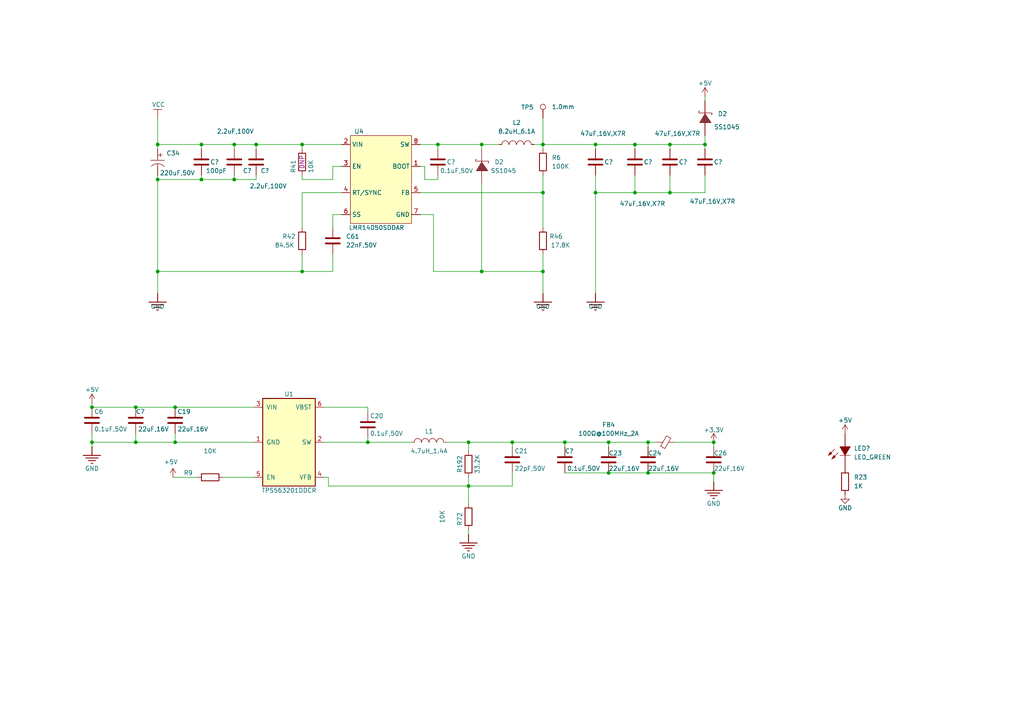
<source format=kicad_sch>
(kicad_sch (version 20230121) (generator eeschema)
  (paper "A4")
  (title_block (title "HPM5300RDCRevB") (date "2025-02-17") (rev "B") (comment 1 "POWER"))
  (lib_symbols
    (symbol "00_HPM_power:+3.3V" (power) (pin_names (offset 0))
      (property "Value" "+3.3V" (at 0 3.556 0))
      (symbol "+3.3V_0_1"
        (polyline (pts (xy -0.762 1.27) (xy 0 2.54)))
        (polyline (pts (xy 0 0) (xy 0 2.54)))
        (polyline (pts (xy 0 2.54) (xy 0.762 1.27)))
      )
      (symbol "+3.3V_1_1"
        (pin power_in line (at 0 0 90) (length 0) hide (name "+3.3V") (number "1"))
      )
    )
    (symbol "00_HPM_power:+5V" (power) (pin_names (offset 0))
      (property "Value" "+5V" (at 0 3.556 0))
      (symbol "+5V_0_1"
        (polyline (pts (xy -0.762 1.27) (xy 0 2.54)))
        (polyline (pts (xy 0 0) (xy 0 2.54)))
        (polyline (pts (xy 0 2.54) (xy 0.762 1.27)))
      )
      (symbol "+5V_1_1"
        (pin power_in line (at 0 0 90) (length 0) hide (name "+5V") (number "1"))
      )
    )
    (symbol "00_HPM_power:GND" (power)
      (property "Value" "GND" (at 0 -6.35 0))
      (symbol "GND_0_0"
        (polyline (pts (xy -2.54 -2.54) (xy 2.54 -2.54)) (stroke (width 0.254)))
        (polyline (pts (xy -1.778 -3.302) (xy 1.778 -3.302)) (stroke (width 0.254)))
        (polyline (pts (xy -1.016 -4.064) (xy 1.016 -4.064)) (stroke (width 0.254)))
        (polyline (pts (xy -0.254 -4.826) (xy 0.254 -4.826)) (stroke (width 0.254)))
        (polyline (pts (xy 0 0) (xy 0 -2.54)) (stroke (width 0.254)))
        (pin power_in line (at 0 0 0) (length 0) hide (name "GND") (number ""))
      )
    )
    (symbol "01-HPM-Peripheral:LED_GREEN" (pin_numbers hide) (pin_names (offset 1.016) hide)
      (property "Reference" "LED" (at -5.08 1.27 0))
      (property "Value" "LED_GREEN" (at 0 -3.81 0))
      (symbol "LED_GREEN_1_1"
        (polyline (pts (xy -2.54 1.524) (xy -2.54 -1.524)) (stroke (width 0.1524)))
        (polyline (pts (xy -1.778 2.032) (xy -3.556 3.81)) (stroke (width 0.1524)))
        (polyline (pts (xy -0.762 3.048) (xy -2.54 4.826)) (stroke (width 0.1524)))
        (polyline (pts (xy -3.556 3.81) (xy -2.54 3.302) (xy -3.048 2.794) (xy -3.556 3.81)) (stroke (width 0.1524)) (fill (type outline)))
        (polyline (pts (xy -2.54 4.826) (xy -1.524 4.318) (xy -2.032 3.81) (xy -2.54 4.826)) (stroke (width 0.1524)) (fill (type outline)))
        (polyline (pts (xy 0 -1.524) (xy -2.54 0) (xy 0 1.524) (xy 0 -1.524)) (stroke (width 0.1524)) (fill (type outline)))
        (pin input line (at -6.35 0 0) (length 3.81) (name "K") (number "1"))
        (pin input line (at 3.81 0 180) (length 3.81) (name "A") (number "2"))
      )
    )
    (symbol "01-HPM-Peripheral:TestPoint-1.0mm" (pin_numbers hide) (pin_names (offset 0.762) hide)
      (property "Value" "1.0mm" (at -1.27 5.08 0))
      (symbol "TestPoint-1.0mm_0_1"
        (circle (center 0 3.302) (radius 0.762))
      )
      (symbol "TestPoint-1.0mm_1_1"
        (pin passive line (at 0 0 90) (length 2.54) (name "1") (number "1"))
      )
    )
    (symbol "02_HPM_Resistor:0Ω_0402" (pin_numbers hide) (pin_names (offset 0))
      (property "Reference" "R" (at 0 5.08 0))
      (property "Value" "0Ω" (at 0 8.89 0))
      (symbol "0Ω_0402_0_1"
        (rectangle (start 2.54 -1.016) (end -2.54 1.016) (stroke (width 0.254)))
      )
      (symbol "0Ω_0402_1_1"
        (pin passive line (at -3.81 0 0) (length 1.27) (name "~") (number "1"))
        (pin passive line (at 3.81 0 180) (length 1.27) (name "~") (number "2"))
      )
    )
    (symbol "02_HPM_Resistor:100K" (pin_numbers hide) (pin_names (offset 0))
      (property "Reference" "R" (at -5.08 1.27 0))
      (property "Value" "100K" (at 5.08 1.27 0))
      (symbol "100K_0_1"
        (rectangle (start 2.54 -1.016) (end -2.54 1.016) (stroke (width 0.254)))
      )
      (symbol "100K_1_1"
        (pin passive line (at -3.81 0 0) (length 1.27) (name "~") (number "1"))
        (pin passive line (at 3.81 0 180) (length 1.27) (name "~") (number "2"))
      )
    )
    (symbol "02_HPM_Resistor:100K_0603" (pin_numbers hide) (pin_names (offset 0))
      (property "Reference" "R" (at 0 3.81 0))
      (property "Value" "100K" (at 0 6.35 0))
      (symbol "100K_0603_0_1"
        (rectangle (start 2.54 -1.016) (end -2.54 1.016) (stroke (width 0.254)))
      )
      (symbol "100K_0603_1_1"
        (pin passive line (at -3.81 0 0) (length 1.27) (name "~") (number "1"))
        (pin passive line (at 3.81 0 180) (length 1.27) (name "~") (number "2"))
      )
    )
    (symbol "02_HPM_Resistor:10K_0603" (pin_numbers hide) (pin_names (offset 0))
      (property "Reference" "R" (at 0 5.08 0))
      (property "Value" "10K" (at 0 7.62 0))
      (symbol "10K_0603_0_1"
        (rectangle (start 2.54 -1.016) (end -2.54 1.016) (stroke (width 0.254)))
      )
      (symbol "10K_0603_1_1"
        (pin passive line (at -3.81 0 0) (length 1.27) (name "~") (number "1"))
        (pin passive line (at 3.81 0 180) (length 1.27) (name "~") (number "2"))
      )
    )
    (symbol "02_HPM_Resistor:1K_0603" (pin_numbers hide) (pin_names (offset 0))
      (property "Reference" "R" (at 0 3.81 0))
      (property "Value" "1K" (at 0 7.62 0))
      (symbol "1K_0603_0_1"
        (rectangle (start 2.54 -1.016) (end -2.54 1.016) (stroke (width 0.254)))
      )
      (symbol "1K_0603_1_1"
        (pin passive line (at -3.81 0 0) (length 1.27) (name "~") (number "1"))
        (pin passive line (at 3.81 0 180) (length 1.27) (name "~") (number "2"))
      )
    )
    (symbol "03_HPM_Capacitance:0.1uF,50V,0603" (pin_numbers hide) (pin_names (offset 0.254))
      (property "Reference" "C" (at 0.635 2.54 0))
      (property "Value" "0.1uF,50V" (at 0.635 -2.54 0))
      (symbol "0.1uF,50V,0603_0_1"
        (polyline (pts (xy -2.032 -0.762) (xy 2.032 -0.762)) (stroke (width 0.508)))
        (polyline (pts (xy -2.032 0.762) (xy 2.032 0.762)) (stroke (width 0.508)))
      )
      (symbol "0.1uF,50V,0603_1_1"
        (pin passive line (at 0 3.81 270) (length 2.794) (name "~") (number "1"))
        (pin passive line (at 0 -3.81 90) (length 2.794) (name "~") (number "2"))
      )
    )
    (symbol "03_HPM_Capacitance:2.2nF,50V,0603" (pin_numbers hide) (pin_names (offset 0.254))
      (property "Reference" "C" (at 1.27 7.62 0))
      (property "Value" "2.2nF,50V" (at -3.81 10.16 0))
      (symbol "2.2nF,50V,0603_0_1"
        (polyline (pts (xy -2.032 -0.762) (xy 2.032 -0.762)) (stroke (width 0.508)))
        (polyline (pts (xy -2.032 0.762) (xy 2.032 0.762)) (stroke (width 0.508)))
      )
      (symbol "2.2nF,50V,0603_1_1"
        (pin passive line (at 0 3.81 270) (length 2.794) (name "~") (number "1"))
        (pin passive line (at 0 -3.81 90) (length 2.794) (name "~") (number "2"))
      )
    )
    (symbol "03_HPM_Capacitance:2.2uF,100V_1206" (pin_numbers hide) (pin_names (offset 0.254))
      (property "Reference" "C" (at 0.635 2.54 0))
      (property "Value" "2.2uF,100V" (at 0.635 -2.54 0))
      (symbol "2.2uF,100V_1206_0_1"
        (polyline (pts (xy -2.032 -0.762) (xy 2.032 -0.762)) (stroke (width 0.508)))
        (polyline (pts (xy -2.032 0.762) (xy 2.032 0.762)) (stroke (width 0.508)))
      )
      (symbol "2.2uF,100V_1206_1_1"
        (pin passive line (at 0 3.81 270) (length 2.794) (name "~") (number "1"))
        (pin passive line (at 0 -3.81 90) (length 2.794) (name "~") (number "2"))
      )
    )
    (symbol "03_HPM_Capacitance:22pF,50V_0402" (pin_numbers hide) (pin_names (offset 0.254))
      (property "Reference" "C" (at 0.635 2.54 0))
      (property "Value" "22pF,50V" (at 0.635 -2.54 0))
      (symbol "22pF,50V_0402_0_1"
        (polyline (pts (xy -2.032 -0.762) (xy 2.032 -0.762)) (stroke (width 0.508)))
        (polyline (pts (xy -2.032 0.762) (xy 2.032 0.762)) (stroke (width 0.508)))
      )
      (symbol "22pF,50V_0402_1_1"
        (pin passive line (at 0 3.81 270) (length 2.794) (name "~") (number "1"))
        (pin passive line (at 0 -3.81 90) (length 2.794) (name "~") (number "2"))
      )
    )
    (symbol "03_HPM_Capacitance:22uF,16V,_0805" (pin_numbers hide) (pin_names (offset 0.254))
      (property "Reference" "C" (at 0.635 2.54 0))
      (property "Value" "22uF,16V" (at 0.635 -2.54 0))
      (symbol "22uF,16V,_0805_0_1"
        (polyline (pts (xy -2.032 -0.762) (xy 2.032 -0.762)) (stroke (width 0.508)))
        (polyline (pts (xy -2.032 0.762) (xy 2.032 0.762)) (stroke (width 0.508)))
      )
      (symbol "22uF,16V,_0805_1_1"
        (pin passive line (at 0 3.81 270) (length 2.794) (name "~") (number "1"))
        (pin passive line (at 0 -3.81 90) (length 2.794) (name "~") (number "2"))
      )
    )
    (symbol "03_HPM_Capacitance:4.7uF,50V_1210" (pin_numbers hide) (pin_names (offset 0.254))
      (property "Reference" "C" (at -1.27 10.16 0))
      (property "Value" "4.7uF,50V" (at -5.08 12.7 0))
      (symbol "4.7uF,50V_1210_0_1"
        (polyline (pts (xy -2.032 -0.762) (xy 2.032 -0.762)) (stroke (width 0.508)))
        (polyline (pts (xy -2.032 0.762) (xy 2.032 0.762)) (stroke (width 0.508)))
      )
      (symbol "4.7uF,50V_1210_1_1"
        (pin passive line (at 0 3.81 270) (length 2.794) (name "~") (number "1"))
        (pin passive line (at 0 -3.81 90) (length 2.794) (name "~") (number "2"))
      )
    )
    (symbol "03_HPM_Capacitance:电解电容_470uF,35V" (pin_numbers hide) (pin_names (offset 1.016) hide)
      (property "Reference" "C" (at 0 4.572 0))
      (property "Value" "470uF,35V" (at 0 9.652 0))
      (symbol "电解电容_470uF,35V_1_1"
        (polyline (pts (xy -2.54 0.762) (xy -1.524 0.762)) (stroke (width 0.1524)))
        (polyline (pts (xy -2.032 1.27) (xy -2.032 0.254)) (stroke (width 0.1524)))
        (polyline (pts (xy -1.27 0) (xy -0.508 0)) (stroke (width 0.1524)))
        (polyline (pts (xy -0.508 2.032) (xy -0.508 -2.032)) (stroke (width 0.1524)))
        (polyline (pts (xy 0.508 0) (xy 1.27 0)) (stroke (width 0.1524)))
        (polyline (pts (xy 1.3208 1.9304) (xy 0.9906 1.5748) (xy 0.762 1.1684) (xy 0.5842 0.7112) (xy 0.508 0.2032) (xy 0.508 -0.2794) (xy 0.6096 -0.762) (xy 0.7874 -1.2446) (xy 1.016 -1.651) (xy 1.1938 -1.8288)) (stroke (width 0.1524)))
        (pin input line (at -3.81 0 0) (length 2.54) (name "1") (number "1"))
        (pin input line (at 3.81 0 180) (length 2.54) (name "2") (number "2"))
      )
    )
    (symbol "04_HPM_Diode:SS34A" (pin_numbers hide) (pin_names (offset 1.016) hide)
      (property "Reference" "D" (at 0 5.08 0))
      (property "Value" "SS34A" (at 0 7.62 0))
      (symbol "SS34A_1_1"
        (polyline (pts (xy 1.27 1.524) (xy -1.27 0) (xy -1.27 0) (xy 1.27 -1.778) (xy 1.27 -1.778) (xy 1.27 1.524)) (fill (type color) (color 132 50 65 1)))
        (polyline (pts (xy -2.032 1.524) (xy -2.032 1.778) (xy -2.032 1.778) (xy -1.524 1.778) (xy -1.524 1.778) (xy -1.524 -2.032) (xy -1.524 -2.032) (xy -1.016 -2.032) (xy -1.016 -2.032) (xy -1.016 -1.778)))
        (pin input line (at -5.08 0 0) (length 3.81) (name "K") (number "1"))
        (pin input line (at 5.08 0 180) (length 3.81) (name "A") (number "2"))
      )
    )
    (symbol "07_HPM_Inductance:4.7uH_1.4A" (pin_numbers hide) (pin_names (offset 1.016) hide)
      (property "Reference" "L" (at 0 3.175 0))
      (property "Value" "4.7uH_1.4A" (at 0 -2.54 0))
      (symbol "4.7uH_1.4A_1_1"
        (arc (start -3.2766 1.0922) (mid -4.0214 0.7672) (end -4.2926 0))
        (arc (start -2.286 0) (mid -2.5476 0.7513) (end -3.2766 1.0922))
        (arc (start -1.143 1.0922) (mid -1.8885 0.7665) (end -2.1336 0))
        (arc (start -0.127 0) (mid -0.3961 0.7692) (end -1.143 1.0922))
        (arc (start 1.016 1.0922) (mid 0.2712 0.7672) (end 0 0))
        (arc (start 2.032 0) (mid 1.7629 0.7692) (end 1.016 1.0922))
        (arc (start 3.2004 1.0922) (mid 2.4549 0.7665) (end 2.2098 0))
        (arc (start 4.2164 0) (mid 3.9473 0.7692) (end 3.2004 1.0922))
        (pin input line (at -5.08 0 0) (length 0.762) (name "1") (number "1"))
        (pin input line (at 5.08 0 180) (length 0.762) (name "2") (number "2"))
      )
    )
    (symbol "07_HPM_Inductance:8.2uH_6.1A" (pin_numbers hide) (pin_names (offset 1.016) hide)
      (property "Reference" "L" (at 0 2.54 0))
      (property "Value" "8.2uH_6.1A" (at 0 -2.54 0))
      (symbol "8.2uH_6.1A_1_1"
        (arc (start -3.2766 1.0922) (mid -4.0214 0.7672) (end -4.2926 0))
        (arc (start -2.286 0) (mid -2.5476 0.7513) (end -3.2766 1.0922))
        (arc (start -1.143 1.0922) (mid -1.8885 0.7665) (end -2.1336 0))
        (arc (start -0.127 0) (mid -0.3961 0.7692) (end -1.143 1.0922))
        (arc (start 1.016 1.0922) (mid 0.2712 0.7672) (end 0 0))
        (arc (start 2.032 0) (mid 1.7629 0.7692) (end 1.016 1.0922))
        (arc (start 3.2004 1.0922) (mid 2.4549 0.7665) (end 2.2098 0))
        (arc (start 4.2164 0) (mid 3.9473 0.7692) (end 3.2004 1.0922))
        (pin input line (at -5.08 0 0) (length 0.762) (name "1") (number "1"))
        (pin input line (at 5.08 0 180) (length 0.762) (name "2") (number "2"))
      )
    )
    (symbol "07_HPM_Inductance:磁珠-100Ω@100MHz_2A-0805" (pin_numbers hide) (pin_names (offset 0))
      (property "Reference" "FB" (at -2.54 1.27 0))
      (property "Value" "100Ω@100MHz_2A" (at -6.35 -3.81 0))
      (symbol "磁珠-100Ω@100MHz_2A-0805_0_1"
        (polyline (pts (xy 1.27 0) (xy 1.7526 0)))
        (polyline (pts (xy 3.429 0) (xy 3.8354 0)))
        (polyline (pts (xy 2.8194 1.8288) (xy 4.0386 1.1176) (xy 2.3368 -1.8288) (xy 1.1176 -1.1176) (xy 2.8194 1.8288)))
      )
      (symbol "磁珠-100Ω@100MHz_2A-0805_1_1"
        (pin passive line (at 5.08 0 180) (length 1.27) (name "~") (number "1"))
        (pin passive line (at 0 0 0) (length 1.27) (name "~") (number "2"))
      )
    )
    (symbol "08_HPM_Power_IC:LMR14050SDDAR"
      (property "Reference" "U" (at -6.35 13.97 0))
      (property "Value" "LMR14050SDDAR" (at -3.81 -13.97 0))
      (symbol "LMR14050SDDAR_0_0"
        (pin output line (at 11.43 3.81 180) (length 2.54) (name "BOOT") (number "1"))
        (pin power_in line (at -11.43 10.16 0) (length 2.54) (name "VIN") (number "2"))
        (pin input line (at -11.43 3.81 0) (length 2.54) (name "EN") (number "3"))
        (pin input line (at -11.43 -3.81 0) (length 2.54) (name "RT/SYNC") (number "4"))
        (pin input line (at 11.43 -3.81 180) (length 2.54) (name "FB") (number "5"))
        (pin output line (at -11.43 -10.16 0) (length 2.54) (name "SS") (number "6"))
        (pin input line (at 11.43 -10.16 180) (length 2.54) (name "GND") (number "7"))
        (pin output line (at 11.43 10.16 180) (length 2.54) (name "SW") (number "8"))
      )
      (symbol "LMR14050SDDAR_1_0"
        (pin passive line (at 11.43 -10.16 180) (length 2.54) hide (name "EP") (number "9"))
      )
      (symbol "LMR14050SDDAR_1_1"
        (rectangle (start -8.89 12.7) (end 8.89 -12.7) (fill (type background)))
      )
    )
    (symbol "08_Power_IC:TPS564201DDCR" (pin_names (offset 1.016))
      (property "Reference" "U" (at -6.35 11.43 0))
      (property "Value" "TPS564201DDCR" (at 1.27 -17.78 0))
      (symbol "TPS564201DDCR_1_1"
        (rectangle (start -7.62 10.16) (end 7.62 -15.24) (stroke (width 0.3)) (fill (type background)))
        (pin input line (at -10.16 -2.54 0) (length 2.54) (name "GND") (number "1"))
        (pin input line (at 10.16 -2.54 180) (length 2.54) (name "SW") (number "2"))
        (pin input line (at -10.16 7.62 0) (length 2.54) (name "VIN") (number "3"))
        (pin input line (at 10.16 -12.7 180) (length 2.54) (name "VFB") (number "4"))
        (pin input line (at -10.16 -12.7 0) (length 2.54) (name "EN") (number "5"))
        (pin input line (at 10.16 7.62 180) (length 2.54) (name "VBST") (number "6"))
      )
    )
    (symbol "98_POWER:GND" (power) (pin_names (offset 0))
      (property "Value" "GND" (at 0 -3.81 0))
      (symbol "GND_0_1"
        (polyline (pts (xy 0 0) (xy 0 -1.27) (xy 1.27 -1.27) (xy 0 -2.54) (xy -1.27 -1.27) (xy 0 -1.27)))
      )
      (symbol "GND_1_1"
        (pin power_in line (at 0 0 270) (length 0) hide (name "GND") (number "1"))
      )
    )
    (symbol "HPM_EVK2:VCC" (power) (pin_numbers hide) (pin_names (offset 0) hide) (in_bom no) (on_board no)
      (property "Value" "VCC" (at 0 4.445 0))
      (symbol "VCC_0_1"
        (polyline (pts (xy -1.27 2.54) (xy 1.27 2.54)))
      )
      (symbol "VCC_1_1"
        (pin power_in line (at 0 0 90) (length 2.54) (name "VCC") (number "1"))
      )
    )
    (symbol "power:+5V" (power) (pin_names (offset 0))
      (property "Value" "+5V" (at 0 3.556 0))
      (symbol "+5V_0_1"
        (polyline (pts (xy -0.762 1.27) (xy 0 2.54)))
        (polyline (pts (xy 0 0) (xy 0 2.54)))
        (polyline (pts (xy 0 2.54) (xy 0.762 1.27)))
      )
      (symbol "+5V_1_1"
        (pin power_in line (at 0 0 90) (length 0) hide (name "+5V") (number "1"))
      )
    )
  )
  (junction (at 87.63 78.74))
  (junction (at 39.37 118.11))
  (junction (at 184.15 41.91))
  (junction (at 74.295 41.91))
  (junction (at 135.89 140.97))
  (junction (at 50.8 118.11))
  (junction (at 207.01 128.27))
  (junction (at 127 41.91))
  (junction (at 172.72 41.91))
  (junction (at 106.68 128.27))
  (junction (at 50.8 128.27))
  (junction (at 58.42 41.91))
  (junction (at 194.31 55.88))
  (junction (at 176.53 137.16))
  (junction (at 45.72 78.74))
  (junction (at 26.67 128.27))
  (junction (at 148.59 128.27))
  (junction (at 139.7 78.74))
  (junction (at 58.42 52.07))
  (junction (at 207.01 137.16))
  (junction (at 26.67 118.11))
  (junction (at 39.37 128.27))
  (junction (at 157.48 78.74))
  (junction (at 67.945 52.07))
  (junction (at 163.83 128.27))
  (junction (at 194.31 41.91))
  (junction (at 135.89 128.27))
  (junction (at 67.945 41.91))
  (junction (at 157.48 55.88))
  (junction (at 184.15 55.88))
  (junction (at 172.72 55.88))
  (junction (at 187.96 128.27))
  (junction (at 87.63 41.91))
  (junction (at 45.72 52.07))
  (junction (at 204.47 41.91))
  (junction (at 139.7 41.91))
  (junction (at 176.53 128.27))
  (junction (at 45.72 41.91))
  (junction (at 157.48 41.91))
  (junction (at 187.96 137.16))
  (wire (pts (xy 207.01 137.16) (xy 207.01 139.7)))
  (wire (pts (xy 125.73 78.74) (xy 139.7 78.74)))
  (wire (pts (xy 187.96 128.27) (xy 190.5 128.27)))
  (wire (pts (xy 87.63 55.88) (xy 99.06 55.88)))
  (wire (pts (xy 45.72 78.74) (xy 87.63 78.74)))
  (wire (pts (xy 64.77 138.43) (xy 73.66 138.43)))
  (wire (pts (xy 50.165 138.43) (xy 57.15 138.43)))
  (wire (pts (xy 125.73 62.23) (xy 125.73 78.74)))
  (wire (pts (xy 96.52 66.04) (xy 96.52 62.23)))
  (wire (pts (xy 39.37 118.11) (xy 50.8 118.11)))
  (wire (pts (xy 45.72 41.91) (xy 45.72 43.18)))
  (wire (pts (xy 99.06 48.26) (xy 96.52 48.26)))
  (wire (pts (xy 50.8 118.11) (xy 73.66 118.11)))
  (wire (pts (xy 26.67 129.54) (xy 26.67 128.27)))
  (wire (pts (xy 194.31 43.18) (xy 194.31 41.91)))
  (wire (pts (xy 184.15 50.8) (xy 184.15 55.88)))
  (wire (pts (xy 121.92 41.91) (xy 127 41.91)))
  (wire (pts (xy 106.68 128.27) (xy 119.38 128.27)))
  (wire (pts (xy 87.63 73.66) (xy 87.63 78.74)))
  (wire (pts (xy 67.945 52.07) (xy 67.945 50.8)))
  (wire (pts (xy 127 41.91) (xy 139.7 41.91)))
  (wire (pts (xy 139.7 78.74) (xy 157.48 78.74)))
  (wire (pts (xy 127 41.91) (xy 127 43.18)))
  (wire (pts (xy 148.59 128.27) (xy 163.83 128.27)))
  (wire (pts (xy 39.37 118.11) (xy 26.67 118.11)))
  (wire (pts (xy 45.72 50.8) (xy 45.72 52.07)))
  (wire (pts (xy 67.945 41.91) (xy 74.295 41.91)))
  (wire (pts (xy 187.96 137.16) (xy 207.01 137.16)))
  (wire (pts (xy 204.47 27.94) (xy 204.47 29.21)))
  (wire (pts (xy 96.52 52.07) (xy 87.63 52.07)))
  (wire (pts (xy 176.53 137.16) (xy 187.96 137.16)))
  (wire (pts (xy 58.42 43.18) (xy 58.42 41.91)))
  (wire (pts (xy 163.83 137.16) (xy 176.53 137.16)))
  (wire (pts (xy 135.89 140.97) (xy 135.89 146.05)))
  (wire (pts (xy 87.63 66.04) (xy 87.63 55.88)))
  (wire (pts (xy 187.96 128.27) (xy 187.96 129.54)))
  (wire (pts (xy 50.8 128.27) (xy 50.8 125.73)))
  (wire (pts (xy 121.92 62.23) (xy 125.73 62.23)))
  (wire (pts (xy 139.7 53.34) (xy 139.7 78.74)))
  (wire (pts (xy 96.52 73.66) (xy 96.52 78.74)))
  (wire (pts (xy 93.98 118.11) (xy 106.68 118.11)))
  (wire (pts (xy 123.19 48.26) (xy 123.19 52.07)))
  (wire (pts (xy 106.68 118.11) (xy 106.68 119.38)))
  (wire (pts (xy 139.7 41.91) (xy 139.7 43.18)))
  (wire (pts (xy 87.63 52.07) (xy 87.63 50.8)))
  (wire (pts (xy 45.72 78.74) (xy 45.72 85.09)))
  (wire (pts (xy 87.63 43.18) (xy 87.63 41.91)))
  (wire (pts (xy 67.945 52.07) (xy 74.295 52.07)))
  (wire (pts (xy 157.48 55.88) (xy 157.48 66.04)))
  (wire (pts (xy 157.48 41.91) (xy 172.72 41.91)))
  (wire (pts (xy 26.67 128.27) (xy 26.67 125.73)))
  (wire (pts (xy 157.48 78.74) (xy 157.48 85.09)))
  (wire (pts (xy 195.58 128.27) (xy 207.01 128.27)))
  (wire (pts (xy 204.47 39.37) (xy 204.47 41.91)))
  (wire (pts (xy 74.295 52.07) (xy 74.295 50.8)))
  (wire (pts (xy 74.295 41.91) (xy 87.63 41.91)))
  (wire (pts (xy 96.52 62.23) (xy 99.06 62.23)))
  (wire (pts (xy 129.54 128.27) (xy 135.89 128.27)))
  (wire (pts (xy 26.67 128.27) (xy 39.37 128.27)))
  (wire (pts (xy 58.42 52.07) (xy 67.945 52.07)))
  (wire (pts (xy 184.15 41.91) (xy 184.15 43.18)))
  (wire (pts (xy 58.42 41.91) (xy 67.945 41.91)))
  (wire (pts (xy 135.89 138.43) (xy 135.89 140.97)))
  (wire (pts (xy 194.31 55.88) (xy 204.47 55.88)))
  (wire (pts (xy 87.63 41.91) (xy 99.06 41.91)))
  (wire (pts (xy 135.89 140.97) (xy 148.59 140.97)))
  (wire (pts (xy 176.53 128.27) (xy 176.53 129.54)))
  (wire (pts (xy 74.295 43.18) (xy 74.295 41.91)))
  (wire (pts (xy 45.72 34.29) (xy 45.72 41.91)))
  (wire (pts (xy 127 52.07) (xy 127 50.8)))
  (wire (pts (xy 135.89 128.27) (xy 135.89 130.81)))
  (wire (pts (xy 172.72 55.88) (xy 184.15 55.88)))
  (wire (pts (xy 139.7 41.91) (xy 144.78 41.91)))
  (wire (pts (xy 26.67 118.11) (xy 26.67 116.84)))
  (wire (pts (xy 58.42 52.07) (xy 58.42 50.8)))
  (wire (pts (xy 157.48 43.18) (xy 157.48 41.91)))
  (wire (pts (xy 45.72 41.91) (xy 58.42 41.91)))
  (wire (pts (xy 96.52 48.26) (xy 96.52 52.07)))
  (wire (pts (xy 172.72 50.8) (xy 172.72 55.88)))
  (wire (pts (xy 163.83 128.27) (xy 176.53 128.27)))
  (wire (pts (xy 50.8 128.27) (xy 73.66 128.27)))
  (wire (pts (xy 135.89 128.27) (xy 148.59 128.27)))
  (wire (pts (xy 123.19 52.07) (xy 127 52.07)))
  (wire (pts (xy 148.59 137.16) (xy 148.59 140.97)))
  (wire (pts (xy 157.48 34.29) (xy 157.48 41.91)))
  (wire (pts (xy 39.37 128.27) (xy 39.37 125.73)))
  (wire (pts (xy 121.92 55.88) (xy 157.48 55.88)))
  (wire (pts (xy 106.68 127) (xy 106.68 128.27)))
  (wire (pts (xy 123.19 48.26) (xy 121.92 48.26)))
  (wire (pts (xy 45.72 52.07) (xy 45.72 78.74)))
  (wire (pts (xy 148.59 129.54) (xy 148.59 128.27)))
  (wire (pts (xy 93.98 128.27) (xy 106.68 128.27)))
  (wire (pts (xy 67.945 43.18) (xy 67.945 41.91)))
  (wire (pts (xy 96.52 78.74) (xy 87.63 78.74)))
  (wire (pts (xy 39.37 128.27) (xy 50.8 128.27)))
  (wire (pts (xy 163.83 128.27) (xy 163.83 129.54)))
  (wire (pts (xy 45.72 52.07) (xy 58.42 52.07)))
  (wire (pts (xy 172.72 85.09) (xy 172.72 55.88)))
  (wire (pts (xy 95.25 138.43) (xy 95.25 140.97)))
  (wire (pts (xy 157.48 73.66) (xy 157.48 78.74)))
  (wire (pts (xy 157.48 50.8) (xy 157.48 55.88)))
  (wire (pts (xy 207.01 128.27) (xy 207.01 129.54)))
  (wire (pts (xy 135.89 154.94) (xy 135.89 153.67)) (stroke (width 0.15)))
  (wire (pts (xy 172.72 41.91) (xy 172.72 43.18)))
  (wire (pts (xy 184.15 55.88) (xy 194.31 55.88)))
  (wire (pts (xy 194.31 41.91) (xy 204.47 41.91)))
  (wire (pts (xy 176.53 128.27) (xy 187.96 128.27)))
  (wire (pts (xy 154.94 41.91) (xy 157.48 41.91)))
  (wire (pts (xy 172.72 41.91) (xy 184.15 41.91)))
  (wire (pts (xy 184.15 41.91) (xy 194.31 41.91)))
  (wire (pts (xy 204.47 55.88) (xy 204.47 50.8)))
  (wire (pts (xy 204.47 43.18) (xy 204.47 41.91)))
  (wire (pts (xy 194.31 50.8) (xy 194.31 55.88)))
  (wire (pts (xy 95.25 140.97) (xy 135.89 140.97)))
  (wire (pts (xy 93.98 138.43) (xy 95.25 138.43)))
  (symbol (lib_id "03_HPM_Capacitance:22uF,16V,_0805") (at 176.53 133.35 0) (unit 1)
    (property "Reference" "C23" (at 176.53 131.445 0) (effects (justify left)))
    (property "Value" "22uF,16V" (at 176.53 135.89 0) (effects (justify left)))
    (property "Footprint" "03_HPM_Capacitance:C_0805_2012Metric" (effects hide))
    (property "Model" " CL21A226MOQNNNE" (effects hide))
    (property "Company" " SAMSUNG(三星)" (effects hide))
    (instances (project "HPM5E00EVKRevB" (path "" (reference "C23") (unit 1))) (project "HPM5300RDCRevB" (path "" (reference "C85") (unit 1))))
  )
  (symbol (lib_id "03_HPM_Capacitance:22uF,16V,_0805") (at 50.8 121.92 0) (unit 1)
    (property "Reference" "C19" (at 51.435 119.38 0) (effects (justify left)))
    (property "Value" "22uF,16V" (at 51.435 124.46 0) (effects (justify left)))
    (property "Footprint" "03_HPM_Capacitance:C_0805_2012Metric" (effects hide))
    (property "Model" " CL21A226MOQNNNE" (effects hide))
    (property "Company" " SAMSUNG(三星)" (effects hide))
    (instances (project "HPM5E00EVKRevB" (path "" (reference "C19") (unit 1))) (project "HPM5300RDCRevB" (path "" (reference "C81") (unit 1))))
  )
  (symbol (lib_id "02_HPM_Resistor:10K_0603") (at 60.96 138.43 0) (unit 1)
    (property "Reference" "R9" (at 54.61 137.16 0))
    (property "Value" "10K" (at 60.96 130.81 0))
    (property "Footprint" "02_HPM_Resistor:R_0603_1608Metric" (effects hide))
    (property "Model" "RC0603FR-0710KL\n" (effects hide))
    (property "Company" "YAGEO\n" (effects hide))
    (instances (project "HPM5E00EVKRevB" (path "" (reference "R9") (unit 1))) (project "HPM5300RDCRevB" (path "" (reference "R125") (unit 1))))
  )
  (symbol (lib_id "02_HPM_Resistor:10K_0603") (at 87.63 46.99 90) (unit 1)
    (property "Reference" "R41" (at 85.09 48.26 0))
    (property "Value" "10K" (at 90.17 48.26 0))
    (property "Footprint" "02_HPM_Resistor:R_0603_1608Metric" (effects hide))
    (property "Model" "RC0603FR-0710KL\n" (effects hide))
    (property "Company" "YAGEO\n" (effects hide))
    (property "ASSY_OPT" "DNP" (at 87.63 46.99 0))
    (instances (project "HPM6EIGWRevA" (path "" (reference "R41") (unit 1))) (project "HPM5300RDCRevB" (path "" (reference "R4") (unit 1))))
  )
  (symbol (lib_id "03_HPM_Capacitance:2.2uF,100V_1206") (at 67.945 46.99 0) (mirror y) (unit 1)
    (property "Reference" "C?" (at 73.025 49.53 0) (effects (justify left)))
    (property "Value" "2.2uF,100V" (at 73.66 38.1 0) (effects (justify left)))
    (property "Footprint" "03_HPM_Capacitance:C_1206_3216Metric" (effects hide))
    (property "Model" "CC1206KKX7R0BB225" (effects hide))
    (property "Company" " YAGEO(国巨)" (effects hide))
    (instances (project "HPM6EIGWRevA" (path "" (reference "C?") (unit 1)) (path "" (reference "C55") (unit 1))) (project "HPM5300RDCRevB" (path "" (reference "C25") (unit 1))))
  )
  (symbol (lib_id "03_HPM_Capacitance:0.1uF,50V,0603") (at 26.67 121.92 0) (unit 1)
    (property "Reference" "C6" (at 27.305 119.38 0) (effects (justify left)))
    (property "Value" "0.1uF,50V" (at 27.305 124.46 0) (effects (justify left)))
    (property "Footprint" "03_HPM_Capacitance:C_0603_1608Metric" (effects hide))
    (property "Model" "CC0603JRX7R9BB104" (effects hide))
    (property "Company" "YAGEO" (effects hide))
    (instances (project "HPM5E00EVKRevB" (path "" (reference "C6") (unit 1))) (project "HPM5300RDCRevB" (path "" (reference "C79") (unit 1))))
  )
  (symbol (lib_id "03_HPM_Capacitance:22pF,50V_0402") (at 148.59 133.35 0) (unit 1)
    (property "Reference" "C21" (at 149.225 130.81 0) (effects (justify left)))
    (property "Value" "22pF,50V" (at 149.225 135.89 0) (effects (justify left)))
    (property "Footprint" "03_HPM_Capacitance:C_0603_1608Metric" (effects hide))
    (property "Model" "CL10C220JB8NNNC" (effects hide))
    (property "Company" " SAMSUNG(三星)" (effects hide))
    (instances (project "HPM5E00EVKRevB" (path "" (reference "C21") (unit 1))) (project "HPM5300RDCRevB" (path "" (reference "C83") (unit 1))))
  )
  (symbol (lib_id "02_HPM_Resistor:0Ω_0402") (at 157.48 69.85 90) (unit 1)
    (property "Reference" "R46" (at 161.29 68.58 90))
    (property "Value" "17.8K" (at 162.56 71.12 90))
    (property "Footprint" "02_HPM_Resistor:R_0603_1608Metric" (effects hide))
    (property "Model" "FRC0603F1782TS" (effects hide))
    (property "Company" " FOJAN(富捷) " (effects hide))
    (instances (project "HPM6EIGWRevA" (path "" (reference "R46") (unit 1))) (project "HPM5300RDCRevB" (path "" (reference "R10") (unit 1))))
  )
  (symbol (lib_id "04_HPM_Diode:SS34A") (at 204.47 34.29 90) (mirror x) (unit 1)
    (property "Reference" "D2" (at 209.55 33.02 90))
    (property "Value" "SS1045" (at 210.82 36.83 90))
    (property "Footprint" "04_HPM_Diode:D_SMA" (effects hide))
    (property "Model" "SS34A" (effects hide))
    (property "Company" "YANGJIE(扬杰)" (effects hide))
    (instances (project "HPM6EIGWRevA" (path "" (reference "D2") (unit 1)) (path "" (reference "D4") (unit 1))) (project "HPM5300RDCRevB" (path "" (reference "D10") (unit 1))))
  )
  (symbol (lib_id "03_HPM_Capacitance:4.7uF,50V_1210") (at 194.31 46.99 0) (unit 1)
    (property "Reference" "C?" (at 196.85 46.99 0) (effects (justify left)))
    (property "Value" "47uF,16V,X7R" (at 189.865 38.735 0) (effects (justify left)))
    (property "Footprint" "03_HPM_Capacitance:C_1210_3225Metric" (effects hide))
    (property "Model" "CS3225X7R476K160NRL" (effects hide))
    (property "Company" "SAMWHA(三和)" (effects hide))
    (instances (project "HPM6EIGWRevA" (path "" (reference "C?") (unit 1)) (path "" (reference "C68") (unit 1))) (project "HPM5300RDCRevB" (path "" (reference "C35") (unit 1))))
  )
  (symbol (lib_id "00_HPM_power:+5V") (at 26.67 116.84 0) (unit 1)
    (property "Reference" "#PWR02" (effects hide))
    (property "Value" "+5V" (at 26.67 113.03 0))
    (instances (project "HPM5E00EVKRevB" (path "" (reference "#PWR02") (unit 1))) (project "HPM5300RDCRevB" (path "" (reference "#PWR0124") (unit 1))))
  )
  (symbol (lib_id "02_HPM_Resistor:0Ω_0402") (at 87.63 69.85 90) (unit 1)
    (property "Reference" "R42" (at 83.82 68.58 90))
    (property "Value" "84.5K" (at 82.55 71.12 90))
    (property "Footprint" "02_HPM_Resistor:R_0603_1608Metric" (effects hide))
    (property "Model" "RC0603FR-0784K5L" (effects hide))
    (property "Company" "YAGEO(国巨)" (effects hide))
    (instances (project "HPM6EIGWRevA" (path "" (reference "R42") (unit 1))) (project "HPM5300RDCRevB" (path "" (reference "R5") (unit 1))))
  )
  (symbol (lib_id "03_HPM_Capacitance:4.7uF,50V_1210") (at 172.72 46.99 0) (unit 1)
    (property "Reference" "C?" (at 175.26 46.99 0) (effects (justify left)))
    (property "Value" "47uF,16V,X7R" (at 168.275 38.735 0) (effects (justify left)))
    (property "Footprint" "03_HPM_Capacitance:C_1210_3225Metric" (effects hide))
    (property "Model" "CS3225X7R476K160NRL" (effects hide))
    (property "Company" "SAMWHA(三和)" (effects hide))
    (instances (project "HPM6EIGWRevA" (path "" (reference "C?") (unit 1)) (path "" (reference "C65") (unit 1))) (project "HPM5300RDCRevB" (path "" (reference "C30") (unit 1))))
  )
  (symbol (lib_id "00_HPM_power:GND") (at 135.89 154.94 0) (unit 1)
    (property "Reference" "#PWR025" (effects hide))
    (property "Value" "GND" (at 135.89 161.29 0))
    (instances (project "HPM5E00EVKRevB" (path "" (reference "#PWR025") (unit 1))) (project "HPM5300RDCRevB" (path "" (reference "#PWR0127") (unit 1))))
  )
  (symbol (lib_id "00_HPM_power:GND") (at 157.48 85.09 0) (unit 1)
    (property "Reference" "#PWR?" (effects hide))
    (property "Value" "GND" (at 157.48 88.9 0))
    (instances (project "HPM6EIGWRevA" (path "" (reference "#PWR?") (unit 1)) (path "" (reference "#PWR0107") (unit 1))) (project "HPM5300RDCRevB" (path "" (reference "#PWR036") (unit 1))))
  )
  (symbol (lib_id "98_POWER:GND") (at 245.11 143.51 0) (unit 1)
    (property "Reference" "#PWR?" (effects hide))
    (property "Value" "GND" (at 243.078 147.32 0) (effects (justify left)))
  )
  (symbol (lib_id "00_HPM_power:GND") (at 45.72 85.09 0) (unit 1)
    (property "Reference" "#PWR?" (effects hide))
    (property "Value" "GND" (at 45.72 88.9 0))
    (instances (project "HPM6EIGWRevA" (path "" (reference "#PWR?") (unit 1)) (path "" (reference "#PWR097") (unit 1))) (project "HPM5300RDCRevB" (path "" (reference "#PWR033") (unit 1))))
  )
  (symbol (lib_id "03_HPM_Capacitance:2.2nF,50V,0603") (at 96.52 69.85 0) (unit 1)
    (property "Reference" "C61" (at 100.33 68.58 0) (effects (justify left)))
    (property "Value" "22nF,50V" (at 100.33 71.12 0) (effects (justify left)))
    (property "Footprint" "03_HPM_Capacitance:C_0603_1608Metric" (effects hide))
    (property "Model" "CC0603KRX7R9BB222" (effects hide))
    (property "Company" "YAGEO" (effects hide))
    (instances (project "HPM6EIGWRevA" (path "" (reference "C61") (unit 1))) (project "HPM5300RDCRevB" (path "" (reference "C28") (unit 1))))
  )
  (symbol (lib_id "03_HPM_Capacitance:0.1uF,50V,0603") (at 106.68 123.19 0) (unit 1)
    (property "Reference" "C20" (at 107.315 120.65 0) (effects (justify left)))
    (property "Value" "0.1uF,50V" (at 107.315 125.73 0) (effects (justify left)))
    (property "Footprint" "03_HPM_Capacitance:C_0603_1608Metric" (effects hide))
    (property "Model" "CC0603JRX7R9BB104" (effects hide))
    (property "Company" "YAGEO" (effects hide))
    (instances (project "HPM5E00EVKRevB" (path "" (reference "C20") (unit 1))) (project "HPM5300RDCRevB" (path "" (reference "C82") (unit 1))))
  )
  (symbol (lib_id "02_HPM_Resistor:100K") (at 135.89 134.62 90) (unit 1)
    (property "Reference" "R192" (at 133.35 134.62 0))
    (property "Value" "33.2K" (at 138.43 134.62 0))
    (property "Footprint" "02_HPM_Resistor:R_0603_1608Metric" (effects hide))
    (property "Model" "0603WAF3322T5E" (effects hide))
    (property "Company" "UNI-ROYAL(厚声)" (effects hide))
    (instances (project "HPM5E00EVKRevB" (path "" (reference "R192") (unit 1))) (project "HPM5300RDCRevB" (path "" (reference "R15") (unit 1))))
  )
  (symbol (lib_id "01-HPM-Peripheral:LED_GREEN") (at 245.11 129.54 90) (unit 1)
    (property "Reference" "LED?" (at 247.65 130.0479 90) (effects (justify right)))
    (property "Value" "LED_GREEN" (at 247.65 132.5879 90) (effects (justify right)))
    (property "Footprint" "01_HPM_Peripheral:LED_0603" (effects hide))
    (property "Model" "NCD0603C1" (effects hide))
    (property "Company" "国星光电" (effects hide))
  )
  (symbol (lib_id "03_HPM_Capacitance:4.7uF,50V_1210") (at 184.15 46.99 0) (unit 1)
    (property "Reference" "C?" (at 186.69 46.99 0) (effects (justify left)))
    (property "Value" "47uF,16V,X7R" (at 179.705 59.055 0) (effects (justify left)))
    (property "Footprint" "03_HPM_Capacitance:C_1210_3225Metric" (effects hide))
    (property "Model" "CS3225X7R476K160NRL" (effects hide))
    (property "Company" "SAMWHA(三和)" (effects hide))
    (instances (project "HPM6EIGWRevA" (path "" (reference "C?") (unit 1)) (path "" (reference "C67") (unit 1))) (project "HPM5300RDCRevB" (path "" (reference "C33") (unit 1))))
  )
  (symbol (lib_id "08_HPM_Power_IC:LMR14050SDDAR") (at 110.49 52.07 0) (unit 1)
    (property "Reference" "U4" (at 104.14 38.1 0))
    (property "Value" "LMR14050SDDAR" (at 109.22 66.04 0))
    (property "Footprint" "06_HPM_SO:SOIC-8EP" (effects hide))
    (property "Datasheet" "https://www.ti.com/lit/ds/symlink/lmr14050.pdf" (effects hide))
    (property "Model" "LMR14050SDDAR" (effects hide))
    (property "Company" " TI(德州仪器) " (effects hide))
    (property "Model  " "LMR14050SDDAR" (effects hide))
    (instances (project "HPM6EIGWRevA" (path "" (reference "U4") (unit 1))) (project "HPM5300RDCRevB" (path "" (reference "U3") (unit 1))))
  )
  (symbol (lib_id "02_HPM_Resistor:10K_0603") (at 135.89 149.86 90) (unit 1)
    (property "Reference" "R72" (at 133.35 148.59 0) (effects (justify right)))
    (property "Value" "10K" (at 128.27 149.86 0))
    (property "Footprint" "02_HPM_Resistor:R_0603_1608Metric" (effects hide))
    (property "Model" "RC0603FR-0710KL\n" (effects hide))
    (property "Company" "YAGEO\n" (effects hide))
    (instances (project "HPM5E00EVKRevB" (path "" (reference "R72") (unit 1))) (project "HPM5300RDCRevB" (path "" (reference "R22") (unit 1))))
  )
  (symbol (lib_id "00_HPM_power:+5V") (at 204.47 27.94 0) (unit 1)
    (property "Reference" "#PWR?" (effects hide))
    (property "Value" "+5V" (at 204.47 24.13 0))
    (instances (project "HPM6EIGWRevA" (path "" (reference "#PWR?") (unit 1)) (path "" (reference "#PWR0110") (unit 1))) (project "HPM5300RDCRevB" (path "" (reference "#PWR038") (unit 1))))
  )
  (symbol (lib_id "03_HPM_Capacitance:0.1uF,50V,0603") (at 127 46.99 0) (unit 1)
    (property "Reference" "C?" (at 129.54 46.99 0) (effects (justify left)))
    (property "Value" "0.1uF,50V" (at 127.635 49.53 0) (effects (justify left)))
    (property "Footprint" "03_HPM_Capacitance:C_0603_1608Metric" (effects hide))
    (property "Model" "CC0603JRX7R9BB104" (effects hide))
    (property "Company" "YAGEO" (effects hide))
    (instances (project "HPM6EIGWRevA" (path "" (reference "C?") (unit 1)) (path "" (reference "C62") (unit 1))) (project "HPM5300RDCRevB" (path "" (reference "C29") (unit 1))))
  )
  (symbol (lib_id "03_HPM_Capacitance:22uF,16V,_0805") (at 187.96 133.35 0) (unit 1)
    (property "Reference" "C24" (at 187.96 131.445 0) (effects (justify left)))
    (property "Value" "22uF,16V" (at 187.96 135.89 0) (effects (justify left)))
    (property "Footprint" "03_HPM_Capacitance:C_0805_2012Metric" (effects hide))
    (property "Model" " CL21A226MOQNNNE" (effects hide))
    (property "Company" " SAMSUNG(三星)" (effects hide))
    (instances (project "HPM5E00EVKRevB" (path "" (reference "C24") (unit 1))) (project "HPM5300RDCRevB" (path "" (reference "C86") (unit 1))))
  )
  (symbol (lib_id "03_HPM_Capacitance:22uF,16V,_0805") (at 39.37 121.92 0) (unit 1)
    (property "Reference" "C7" (at 39.37 119.38 0) (effects (justify left)))
    (property "Value" "22uF,16V" (at 40.005 124.46 0) (effects (justify left)))
    (property "Footprint" "03_HPM_Capacitance:C_0805_2012Metric" (effects hide))
    (property "Model" " CL21A226MOQNNNE" (effects hide))
    (property "Company" " SAMSUNG(三星)" (effects hide))
    (instances (project "HPM5E00EVKRevB" (path "" (reference "C7") (unit 1))) (project "HPM5300RDCRevB" (path "" (reference "C80") (unit 1))))
  )
  (symbol (lib_id "02_HPM_Resistor:100K_0603") (at 157.48 46.99 90) (unit 1)
    (property "Reference" "R6" (at 160.02 45.72 90) (effects (justify right)))
    (property "Value" "100K" (at 160.02 48.26 90) (effects (justify right)))
    (property "Footprint" "02_HPM_Resistor:R_0603_1608Metric" (effects hide))
    (property "Model" "0603WAF1003T5E" (effects hide))
    (property "Company" "UNI-ROYAL(厚声)" (effects hide))
  )
  (symbol (lib_id "03_HPM_Capacitance:22uF,16V,_0805") (at 207.01 133.35 0) (unit 1)
    (property "Reference" "C26" (at 207.01 131.445 0) (effects (justify left)))
    (property "Value" "22uF,16V" (at 207.01 135.89 0) (effects (justify left)))
    (property "Footprint" "03_HPM_Capacitance:C_0805_2012Metric" (effects hide))
    (property "Model" " CL21A226MOQNNNE" (effects hide))
    (property "Company" " SAMSUNG(三星)" (effects hide))
    (instances (project "HPM5E00EVKRevB" (path "" (reference "C26") (unit 1))) (project "HPM5300RDCRevB" (path "" (reference "C87") (unit 1))))
  )
  (symbol (lib_id "08_Power_IC:TPS564201DDCR") (at 83.82 125.73 0) (unit 1)
    (property "Reference" "U1" (at 83.82 114.3 0))
    (property "Value" "TPS563201DDCR" (at 83.82 142.24 0))
    (property "Footprint" "06_HPM_SOT:SOT-23-6" (effects hide))
    (property "Model" "TPS563201DDCR" (effects hide))
    (property "Company" "TI" (effects hide))
    (instances (project "HPM5E00EVKRevB" (path "" (reference "U1") (unit 1))) (project "HPM5300RDCRevB" (path "" (reference "U16") (unit 1))))
  )
  (symbol (lib_id "00_HPM_power:GND") (at 172.72 85.09 0) (unit 1)
    (property "Reference" "#PWR?" (effects hide))
    (property "Value" "GND" (at 172.72 88.9 0))
    (instances (project "HPM6EIGWRevA" (path "" (reference "#PWR?") (unit 1)) (path "" (reference "#PWR0109") (unit 1))) (project "HPM5300RDCRevB" (path "" (reference "#PWR037") (unit 1))))
  )
  (symbol (lib_id "03_HPM_Capacitance:2.2uF,100V_1206") (at 74.295 46.99 0) (unit 1)
    (property "Reference" "C?" (at 75.565 49.53 0) (effects (justify left)))
    (property "Value" "2.2uF,100V" (at 72.39 53.975 0) (effects (justify left)))
    (property "Footprint" "03_HPM_Capacitance:C_1206_3216Metric" (effects hide))
    (property "Model" "CC1206KKX7R0BB225" (effects hide))
    (property "Company" " YAGEO(国巨)" (effects hide))
    (instances (project "HPM6EIGWRevA" (path "" (reference "C?") (unit 1)) (path "" (reference "C58") (unit 1))) (project "HPM5300RDCRevB" (path "" (reference "C27") (unit 1))))
  )
  (symbol (lib_id "00_HPM_power:+5V") (at 50.165 138.43 0) (unit 1)
    (property "Reference" "#PWR010" (effects hide))
    (property "Value" "+5V" (at 49.53 133.985 0))
    (instances (project "HPM5E00EVKRevB" (path "" (reference "#PWR010") (unit 1))) (project "HPM5300RDCRevB" (path "" (reference "#PWR0126") (unit 1))))
  )
  (symbol (lib_id "03_HPM_Capacitance:0.1uF,50V,0603") (at 163.83 133.35 0) (unit 1)
    (property "Reference" "C?" (at 163.83 130.81 0) (effects (justify left)))
    (property "Value" "0.1uF,50V" (at 164.465 135.89 0) (effects (justify left)))
    (property "Footprint" "03_HPM_Capacitance:C_0603_1608Metric" (effects hide))
    (property "Model" "CC0603JRX7R9BB104" (effects hide))
    (property "Company" "YAGEO" (effects hide))
    (instances (project "HPM6E00 SKT Board BGA289_BDIF REVA" (path "" (reference "C?") (unit 1)) (path "" (reference "C?") (unit 1))) (project "HPM5300-CON-JTAG" (path "" (reference "C?") (unit 1))) (project "HPM5E00EVKRevB" (path "" (reference "C?") (unit 1)) (path "" (reference "C74") (unit 1)) (path "" (reference "C48") (unit 1)) (path "" (reference "C80") (unit 1)) (path "" (reference "C121") (unit 1))) (project "HPM5300RDCRevB" (path "" (reference "C?") (unit 1)) (path "" (reference "C84") (unit 1))))
  )
  (symbol (lib_id "04_HPM_Diode:SS34A") (at 139.7 48.26 90) (mirror x) (unit 1)
    (property "Reference" "D2" (at 144.78 46.99 90))
    (property "Value" "SS1045" (at 146.05 49.53 90))
    (property "Footprint" "04_HPM_Diode:D_SMA" (effects hide))
    (property "Model" "SS34A" (effects hide))
    (property "Company" "YANGJIE(扬杰)" (effects hide))
    (instances (project "HPM6EIGWRevA" (path "" (reference "D2") (unit 1)) (path "" (reference "D3") (unit 1))) (project "HPM5300RDCRevB" (path "" (reference "D9") (unit 1))))
  )
  (symbol (lib_id "03_HPM_Capacitance:22uF,16V,_0805") (at 58.42 46.99 0) (unit 1)
    (property "Reference" "C?" (at 60.96 46.99 0) (effects (justify left)))
    (property "Value" "100pF" (at 59.69 49.53 0) (effects (justify left)))
    (property "Footprint" "03_HPM_Capacitance:C_0805_2012Metric" (effects hide))
    (property "Model" "CL21C101JBANNNC" (effects hide))
    (property "Company" " SAMSUNG(三星)" (effects hide))
    (instances (project "HPM6EIGWRevA" (path "" (reference "C?") (unit 1)) (path "" (reference "C60") (unit 1))) (project "HPM5300RDCRevB" (path "" (reference "C24") (unit 1))))
  )
  (symbol (lib_id "03_HPM_Capacitance:电解电容_470uF,35V") (at 45.72 46.99 270) (unit 1)
    (property "Reference" "C34" (at 48.26 44.45 90) (effects (justify left)))
    (property "Value" "220uF,50V" (at 46.355 50.165 90) (effects (justify left)))
    (property "Footprint" "03_HPM_Capacitance:CAP-SMD_BD10.0-L10.3-W10.3-FD" (effects hide))
    (property "Model" "RVT220UF50V67RV0021" (effects hide))
    (property "Company" "KNSCHA(科尼盛)" (effects hide))
    (instances (project "HPM6EIGWRevA" (path "" (reference "C34") (unit 1))) (project "HPM5300RDCRevB" (path "" (reference "C23") (unit 1))))
  )
  (symbol (lib_id "01-HPM-Peripheral:TestPoint-1.0mm") (at 157.48 34.29 0) (unit 1)
    (property "Reference" "TP5" (at 151.13 31.115 0) (effects (justify left)))
    (property "Value" "1.0mm" (at 160.02 30.988 0) (effects (justify left)))
    (property "Footprint" "01_HPM_Peripheral:TestPoint_Pad_D1.0mm" (effects hide))
    (instances (project "HPM6EIGWRevA" (path "" (reference "TP5") (unit 1))) (project "HPM5300RDCRevB" (path "" (reference "TP4") (unit 1))))
  )
  (symbol (lib_id "03_HPM_Capacitance:4.7uF,50V_1210") (at 204.47 46.99 0) (unit 1)
    (property "Reference" "C?" (at 207.01 46.99 0) (effects (justify left)))
    (property "Value" "47uF,16V,X7R" (at 200.025 58.42 0) (effects (justify left)))
    (property "Footprint" "03_HPM_Capacitance:C_1210_3225Metric" (effects hide))
    (property "Model" "CS3225X7R476K160NRL" (effects hide))
    (property "Company" "SAMWHA(三和)" (effects hide))
    (instances (project "HPM6EIGWRevA" (path "" (reference "C?") (unit 1)) (path "" (reference "C70") (unit 1))) (project "HPM5300RDCRevB" (path "" (reference "C52") (unit 1))))
  )
  (symbol (lib_id "07_HPM_Inductance:4.7uH_1.4A") (at 124.46 128.27 0) (unit 1)
    (property "Reference" "L1" (at 124.46 125.095 0))
    (property "Value" "4.7uH_1.4A" (at 124.46 130.81 0))
    (property "Footprint" "07_HPM_Inductance:L1008" (effects hide))
    (property "Model" "DFE252010F-4R7M" (effects hide))
    (property "Company" "muRata(村田)" (effects hide))
    (instances (project "HPM5E00EVKRevB" (path "" (reference "L1") (unit 1))) (project "HPM5300RDCRevB" (path "" (reference "L12") (unit 1))))
  )
  (symbol (lib_id "power:+5V") (at 245.11 125.73 0) (unit 1)
    (property "Reference" "#PWR?" (effects hide))
    (property "Value" "+5V" (at 245.11 121.92 0))
  )
  (symbol (lib_id "07_HPM_Inductance:磁珠-100Ω@100MHz_2A-0805") (at 190.5 128.27 0) (unit 1)
    (property "Reference" "FB4" (at 176.53 123.19 0))
    (property "Value" "100Ω@100MHz_2A" (at 176.53 125.73 0))
    (property "Footprint" "02_HPM_Resistor:R_0805_2012Metric" (effects hide))
    (property "Model" "PZ2012U101-2R0TF" (effects hide))
    (property "Company" " Sunlord(顺络)" (effects hide))
    (instances (project "HPM5E00EVKRevB" (path "" (reference "FB4") (unit 1))) (project "HPM5300RDCRevB" (path "" (reference "FB1") (unit 1))))
  )
  (symbol (lib_id "00_HPM_power:GND") (at 26.67 129.54 0) (unit 1)
    (property "Reference" "#PWR05" (effects hide))
    (property "Value" "GND" (at 26.67 135.89 0))
    (instances (project "HPM5E00EVKRevB" (path "" (reference "#PWR05") (unit 1))) (project "HPM5300RDCRevB" (path "" (reference "#PWR0125") (unit 1))))
  )
  (symbol (lib_id "00_HPM_power:+3.3V") (at 207.01 128.27 0) (unit 1)
    (property "Reference" "#PWR026" (effects hide))
    (property "Value" "+3.3V" (at 207.01 124.714 0))
    (instances (project "HPM5E00EVKRevB" (path "" (reference "#PWR026") (unit 1))) (project "HPM5300RDCRevB" (path "" (reference "#PWR0128") (unit 1))))
  )
  (symbol (lib_id "02_HPM_Resistor:1K_0603") (at 245.11 139.7 90) (unit 1)
    (property "Reference" "R23" (at 247.65 138.43 90) (effects (justify right)))
    (property "Value" "1K" (at 247.65 140.97 90) (effects (justify right)))
    (property "Footprint" "02_HPM_Resistor:R_0603_1608Metric" (effects hide))
    (property "Model" "RC0603FR-071KL\n" (effects hide))
    (property "Company" "YAGEO" (effects hide))
    (instances (project "HPM5300RDCRevB" (path "" (reference "R23") (unit 1)) (path "" (reference "R14") (unit 1))))
  )
  (symbol (lib_id "00_HPM_power:GND") (at 207.01 139.7 0) (unit 1)
    (property "Reference" "#PWR030" (effects hide))
    (property "Value" "GND" (at 207.01 146.05 0))
    (instances (project "HPM5E00EVKRevB" (path "" (reference "#PWR030") (unit 1))) (project "HPM5300RDCRevB" (path "" (reference "#PWR0129") (unit 1))))
  )
  (symbol (lib_id "HPM_EVK2:VCC") (at 45.72 34.29 0) (unit 1) (in_bom no) (on_board no)
    (property "Reference" "#PWR0106" (effects hide))
    (property "Value" "VCC" (at 45.974 30.353 0))
    (instances (project "HPM5300RDCRevB" (path "" (reference "#PWR0106") (unit 1)) (path "" (reference "#PWR032") (unit 1))) (project "RS" (path "" (reference "#PWR0120") (unit 1))))
  )
  (symbol (lib_id "07_HPM_Inductance:8.2uH_6.1A") (at 149.86 41.91 0) (unit 1)
    (property "Reference" "L2" (at 149.86 35.56 0))
    (property "Value" "8.2uH_6.1A" (at 149.86 38.1 0))
    (property "Footprint" "07_HPM_Inductance:IND-SMD_L5.5-W5.3_FEXL0520A-1R0M" (effects hide))
    (property "Model" "FEXL0550A-8R2M" (effects hide))
    (property "Company" " cjiang(长江微电) " (effects hide))
  )
)
</source>
